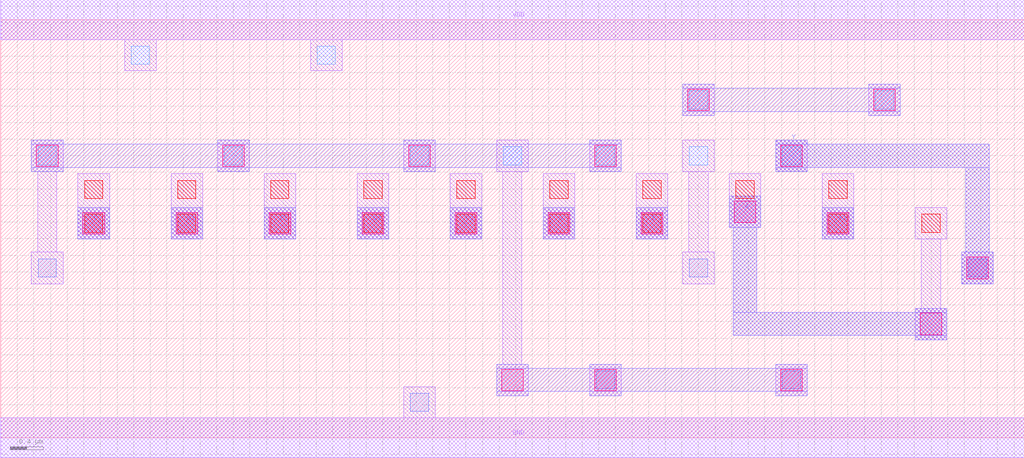
<source format=lef>
MACRO AOAAOI2124
 CLASS CORE ;
 FOREIGN AOAAOI2124 0 0 ;
 SIZE 12.32 BY 5.04 ;
 ORIGIN 0 0 ;
 SYMMETRY X Y R90 ;
 SITE unit ;
  PIN VDD
   DIRECTION INOUT ;
   USE POWER ;
   SHAPE ABUTMENT ;
    PORT
     CLASS CORE ;
       LAYER met1 ;
        RECT 0.00000000 4.80000000 12.32000000 5.28000000 ;
    END
  END VDD

  PIN GND
   DIRECTION INOUT ;
   USE POWER ;
   SHAPE ABUTMENT ;
    PORT
     CLASS CORE ;
       LAYER met1 ;
        RECT 0.00000000 -0.24000000 12.32000000 0.24000000 ;
    END
  END GND

  PIN Y
   DIRECTION INOUT ;
   USE SIGNAL ;
   SHAPE ABUTMENT ;
    PORT
     CLASS CORE ;
       LAYER met2 ;
        RECT 11.57000000 1.85700000 11.95000000 2.23700000 ;
        RECT 9.33000000 3.20700000 9.71000000 3.25700000 ;
        RECT 11.62000000 2.23700000 11.90000000 3.25700000 ;
        RECT 9.33000000 3.25700000 11.90000000 3.53700000 ;
        RECT 9.33000000 3.53700000 9.71000000 3.58700000 ;
    END
  END Y

  PIN C1
   DIRECTION INOUT ;
   USE SIGNAL ;
   SHAPE ABUTMENT ;
    PORT
     CLASS CORE ;
       LAYER met2 ;
        RECT 5.41000000 2.39700000 5.79000000 2.77700000 ;
    END
  END C1

  PIN A
   DIRECTION INOUT ;
   USE SIGNAL ;
   SHAPE ABUTMENT ;
    PORT
     CLASS CORE ;
       LAYER met2 ;
        RECT 11.01000000 1.18200000 11.39000000 1.23200000 ;
        RECT 8.82000000 1.23200000 11.39000000 1.51200000 ;
        RECT 11.01000000 1.51200000 11.39000000 1.56200000 ;
        RECT 8.82000000 1.51200000 9.10000000 2.53200000 ;
        RECT 8.77000000 2.53200000 9.15000000 2.91200000 ;
    END
  END A

  PIN C
   DIRECTION INOUT ;
   USE SIGNAL ;
   SHAPE ABUTMENT ;
    PORT
     CLASS CORE ;
       LAYER met2 ;
        RECT 6.53000000 2.39700000 6.91000000 2.77700000 ;
    END
  END C

  PIN D1
   DIRECTION INOUT ;
   USE SIGNAL ;
   SHAPE ABUTMENT ;
    PORT
     CLASS CORE ;
       LAYER met2 ;
        RECT 2.05000000 2.39700000 2.43000000 2.77700000 ;
    END
  END D1

  PIN D2
   DIRECTION INOUT ;
   USE SIGNAL ;
   SHAPE ABUTMENT ;
    PORT
     CLASS CORE ;
       LAYER met2 ;
        RECT 3.17000000 2.39700000 3.55000000 2.77700000 ;
    END
  END D2

  PIN A1
   DIRECTION INOUT ;
   USE SIGNAL ;
   SHAPE ABUTMENT ;
    PORT
     CLASS CORE ;
       LAYER met2 ;
        RECT 9.89000000 2.39700000 10.27000000 2.77700000 ;
    END
  END A1

  PIN D3
   DIRECTION INOUT ;
   USE SIGNAL ;
   SHAPE ABUTMENT ;
    PORT
     CLASS CORE ;
       LAYER met2 ;
        RECT 4.29000000 2.39700000 4.67000000 2.77700000 ;
    END
  END D3

  PIN B
   DIRECTION INOUT ;
   USE SIGNAL ;
   SHAPE ABUTMENT ;
    PORT
     CLASS CORE ;
       LAYER met2 ;
        RECT 7.65000000 2.39700000 8.03000000 2.77700000 ;
    END
  END B

  PIN D
   DIRECTION INOUT ;
   USE SIGNAL ;
   SHAPE ABUTMENT ;
    PORT
     CLASS CORE ;
       LAYER met2 ;
        RECT 0.93000000 2.39700000 1.31000000 2.77700000 ;
    END
  END D

 OBS
    LAYER polycont ;
     RECT 1.01000000 2.47700000 1.23000000 2.69700000 ;
     RECT 2.13000000 2.47700000 2.35000000 2.69700000 ;
     RECT 3.25000000 2.47700000 3.47000000 2.69700000 ;
     RECT 4.37000000 2.47700000 4.59000000 2.69700000 ;
     RECT 5.49000000 2.47700000 5.71000000 2.69700000 ;
     RECT 6.61000000 2.47700000 6.83000000 2.69700000 ;
     RECT 7.73000000 2.47700000 7.95000000 2.69700000 ;
     RECT 9.97000000 2.47700000 10.19000000 2.69700000 ;
     RECT 11.09000000 2.47700000 11.31000000 2.69700000 ;
     RECT 1.01000000 2.88200000 1.23000000 3.10200000 ;
     RECT 2.13000000 2.88200000 2.35000000 3.10200000 ;
     RECT 3.25000000 2.88200000 3.47000000 3.10200000 ;
     RECT 4.37000000 2.88200000 4.59000000 3.10200000 ;
     RECT 5.49000000 2.88200000 5.71000000 3.10200000 ;
     RECT 6.61000000 2.88200000 6.83000000 3.10200000 ;
     RECT 7.73000000 2.88200000 7.95000000 3.10200000 ;
     RECT 8.85000000 2.88200000 9.07000000 3.10200000 ;
     RECT 9.97000000 2.88200000 10.19000000 3.10200000 ;

    LAYER pdiffc ;
     RECT 0.45000000 3.28700000 0.67000000 3.50700000 ;
     RECT 2.69000000 3.28700000 2.91000000 3.50700000 ;
     RECT 4.93000000 3.28700000 5.15000000 3.50700000 ;
     RECT 6.05000000 3.28700000 6.27000000 3.50700000 ;
     RECT 7.17000000 3.28700000 7.39000000 3.50700000 ;
     RECT 8.29000000 3.28700000 8.51000000 3.50700000 ;
     RECT 9.41000000 3.28700000 9.63000000 3.50700000 ;
     RECT 8.29000000 3.96200000 8.51000000 4.18200000 ;
     RECT 10.53000000 3.96200000 10.75000000 4.18200000 ;
     RECT 1.57000000 4.50200000 1.79000000 4.72200000 ;
     RECT 3.81000000 4.50200000 4.03000000 4.72200000 ;

    LAYER ndiffc ;
     RECT 4.93000000 0.31700000 5.15000000 0.53700000 ;
     RECT 7.17000000 0.58700000 7.39000000 0.80700000 ;
     RECT 9.41000000 0.58700000 9.63000000 0.80700000 ;
     RECT 0.45000000 1.93700000 0.67000000 2.15700000 ;
     RECT 8.29000000 1.93700000 8.51000000 2.15700000 ;
     RECT 11.65000000 1.93700000 11.87000000 2.15700000 ;

    LAYER met1 ;
     RECT 0.00000000 -0.24000000 12.32000000 0.24000000 ;
     RECT 4.85000000 0.24000000 5.23000000 0.61700000 ;
     RECT 7.09000000 0.50700000 7.47000000 0.88700000 ;
     RECT 9.33000000 0.50700000 9.71000000 0.88700000 ;
     RECT 11.57000000 1.85700000 11.95000000 2.23700000 ;
     RECT 11.01000000 1.18200000 11.39000000 1.56200000 ;
     RECT 11.08500000 1.56200000 11.31500000 2.39700000 ;
     RECT 11.01000000 2.39700000 11.39000000 2.77700000 ;
     RECT 0.93000000 2.39700000 1.31000000 3.18200000 ;
     RECT 2.05000000 2.39700000 2.43000000 3.18200000 ;
     RECT 3.17000000 2.39700000 3.55000000 3.18200000 ;
     RECT 4.29000000 2.39700000 4.67000000 3.18200000 ;
     RECT 5.41000000 2.39700000 5.79000000 3.18200000 ;
     RECT 6.53000000 2.39700000 6.91000000 3.18200000 ;
     RECT 7.65000000 2.39700000 8.03000000 3.18200000 ;
     RECT 8.77000000 2.53200000 9.15000000 3.18200000 ;
     RECT 9.89000000 2.39700000 10.27000000 3.18200000 ;
     RECT 0.37000000 1.85700000 0.75000000 2.23700000 ;
     RECT 0.44500000 2.23700000 0.67500000 3.20700000 ;
     RECT 0.37000000 3.20700000 0.75000000 3.58700000 ;
     RECT 2.61000000 3.20700000 2.99000000 3.58700000 ;
     RECT 4.85000000 3.20700000 5.23000000 3.58700000 ;
     RECT 5.97000000 0.50700000 6.35000000 0.88700000 ;
     RECT 6.04500000 0.88700000 6.27500000 3.20700000 ;
     RECT 5.97000000 3.20700000 6.35000000 3.58700000 ;
     RECT 7.09000000 3.20700000 7.47000000 3.58700000 ;
     RECT 8.21000000 1.85700000 8.59000000 2.23700000 ;
     RECT 8.28500000 2.23700000 8.51500000 3.20700000 ;
     RECT 8.21000000 3.20700000 8.59000000 3.58700000 ;
     RECT 9.33000000 3.20700000 9.71000000 3.58700000 ;
     RECT 8.21000000 3.88200000 8.59000000 4.26200000 ;
     RECT 10.45000000 3.88200000 10.83000000 4.26200000 ;
     RECT 1.49000000 4.42200000 1.87000000 4.80000000 ;
     RECT 3.73000000 4.42200000 4.11000000 4.80000000 ;
     RECT 0.00000000 4.80000000 12.32000000 5.28000000 ;

    LAYER via1 ;
     RECT 6.03000000 0.56700000 6.29000000 0.82700000 ;
     RECT 7.15000000 0.56700000 7.41000000 0.82700000 ;
     RECT 9.39000000 0.56700000 9.65000000 0.82700000 ;
     RECT 11.07000000 1.24200000 11.33000000 1.50200000 ;
     RECT 11.63000000 1.91700000 11.89000000 2.17700000 ;
     RECT 0.99000000 2.45700000 1.25000000 2.71700000 ;
     RECT 2.11000000 2.45700000 2.37000000 2.71700000 ;
     RECT 3.23000000 2.45700000 3.49000000 2.71700000 ;
     RECT 4.35000000 2.45700000 4.61000000 2.71700000 ;
     RECT 5.47000000 2.45700000 5.73000000 2.71700000 ;
     RECT 6.59000000 2.45700000 6.85000000 2.71700000 ;
     RECT 7.71000000 2.45700000 7.97000000 2.71700000 ;
     RECT 9.95000000 2.45700000 10.21000000 2.71700000 ;
     RECT 8.83000000 2.59200000 9.09000000 2.85200000 ;
     RECT 0.43000000 3.26700000 0.69000000 3.52700000 ;
     RECT 2.67000000 3.26700000 2.93000000 3.52700000 ;
     RECT 4.91000000 3.26700000 5.17000000 3.52700000 ;
     RECT 7.15000000 3.26700000 7.41000000 3.52700000 ;
     RECT 9.39000000 3.26700000 9.65000000 3.52700000 ;
     RECT 8.27000000 3.94200000 8.53000000 4.20200000 ;
     RECT 10.51000000 3.94200000 10.77000000 4.20200000 ;

    LAYER met2 ;
     RECT 5.97000000 0.50700000 6.35000000 0.55700000 ;
     RECT 7.09000000 0.50700000 7.47000000 0.55700000 ;
     RECT 9.33000000 0.50700000 9.71000000 0.55700000 ;
     RECT 5.97000000 0.55700000 9.71000000 0.83700000 ;
     RECT 5.97000000 0.83700000 6.35000000 0.88700000 ;
     RECT 7.09000000 0.83700000 7.47000000 0.88700000 ;
     RECT 9.33000000 0.83700000 9.71000000 0.88700000 ;
     RECT 0.93000000 2.39700000 1.31000000 2.77700000 ;
     RECT 2.05000000 2.39700000 2.43000000 2.77700000 ;
     RECT 3.17000000 2.39700000 3.55000000 2.77700000 ;
     RECT 4.29000000 2.39700000 4.67000000 2.77700000 ;
     RECT 5.41000000 2.39700000 5.79000000 2.77700000 ;
     RECT 6.53000000 2.39700000 6.91000000 2.77700000 ;
     RECT 7.65000000 2.39700000 8.03000000 2.77700000 ;
     RECT 9.89000000 2.39700000 10.27000000 2.77700000 ;
     RECT 11.01000000 1.18200000 11.39000000 1.23200000 ;
     RECT 8.82000000 1.23200000 11.39000000 1.51200000 ;
     RECT 11.01000000 1.51200000 11.39000000 1.56200000 ;
     RECT 8.82000000 1.51200000 9.10000000 2.53200000 ;
     RECT 8.77000000 2.53200000 9.15000000 2.91200000 ;
     RECT 0.37000000 3.20700000 0.75000000 3.25700000 ;
     RECT 2.61000000 3.20700000 2.99000000 3.25700000 ;
     RECT 4.85000000 3.20700000 5.23000000 3.25700000 ;
     RECT 7.09000000 3.20700000 7.47000000 3.25700000 ;
     RECT 0.37000000 3.25700000 7.47000000 3.53700000 ;
     RECT 0.37000000 3.53700000 0.75000000 3.58700000 ;
     RECT 2.61000000 3.53700000 2.99000000 3.58700000 ;
     RECT 4.85000000 3.53700000 5.23000000 3.58700000 ;
     RECT 7.09000000 3.53700000 7.47000000 3.58700000 ;
     RECT 11.57000000 1.85700000 11.95000000 2.23700000 ;
     RECT 9.33000000 3.20700000 9.71000000 3.25700000 ;
     RECT 11.62000000 2.23700000 11.90000000 3.25700000 ;
     RECT 9.33000000 3.25700000 11.90000000 3.53700000 ;
     RECT 9.33000000 3.53700000 9.71000000 3.58700000 ;
     RECT 8.21000000 3.88200000 8.59000000 3.93200000 ;
     RECT 10.45000000 3.88200000 10.83000000 3.93200000 ;
     RECT 8.21000000 3.93200000 10.83000000 4.21200000 ;
     RECT 8.21000000 4.21200000 8.59000000 4.26200000 ;
     RECT 10.45000000 4.21200000 10.83000000 4.26200000 ;

 END
END AOAAOI2124

</source>
